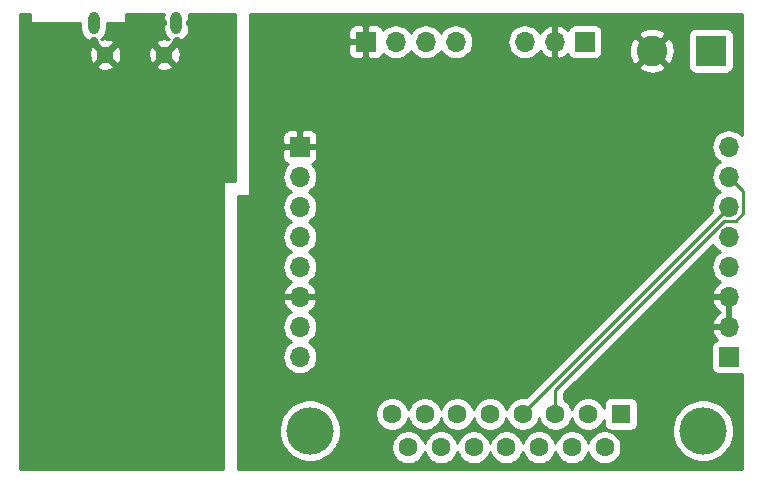
<source format=gbr>
G04 #@! TF.GenerationSoftware,KiCad,Pcbnew,(5.1.4)-1*
G04 #@! TF.CreationDate,2019-10-18T17:06:04-04:00*
G04 #@! TF.ProjectId,mtd415te,6d746434-3135-4746-952e-6b696361645f,rev?*
G04 #@! TF.SameCoordinates,Original*
G04 #@! TF.FileFunction,Copper,L2,Bot*
G04 #@! TF.FilePolarity,Positive*
%FSLAX46Y46*%
G04 Gerber Fmt 4.6, Leading zero omitted, Abs format (unit mm)*
G04 Created by KiCad (PCBNEW (5.1.4)-1) date 2019-10-18 17:06:04*
%MOMM*%
%LPD*%
G04 APERTURE LIST*
%ADD10O,1.700000X1.700000*%
%ADD11R,1.700000X1.700000*%
%ADD12C,4.000000*%
%ADD13C,1.600000*%
%ADD14R,1.600000X1.600000*%
%ADD15C,2.600000*%
%ADD16R,2.600000X2.600000*%
%ADD17O,0.950000X1.900000*%
%ADD18C,1.450000*%
%ADD19C,0.800000*%
%ADD20C,0.250000*%
%ADD21C,0.254000*%
G04 APERTURE END LIST*
D10*
X158242000Y-54864000D03*
X158242000Y-57404000D03*
X158242000Y-59944000D03*
X158242000Y-62484000D03*
X158242000Y-65024000D03*
X158242000Y-67564000D03*
X158242000Y-70104000D03*
D11*
X158242000Y-72644000D03*
D12*
X156053000Y-78890000D03*
X122753000Y-78890000D03*
D13*
X131093000Y-80310000D03*
X133863000Y-80310000D03*
X136633000Y-80310000D03*
X139403000Y-80310000D03*
X142173000Y-80310000D03*
X144943000Y-80310000D03*
X147713000Y-80310000D03*
X129708000Y-77470000D03*
X132478000Y-77470000D03*
X135248000Y-77470000D03*
X138018000Y-77470000D03*
X140788000Y-77470000D03*
X143558000Y-77470000D03*
X146328000Y-77470000D03*
D14*
X149098000Y-77470000D03*
D15*
X151718000Y-46736000D03*
D16*
X156718000Y-46736000D03*
D10*
X140970000Y-45974000D03*
X143510000Y-45974000D03*
D11*
X146050000Y-45974000D03*
D10*
X135128000Y-45974000D03*
X132588000Y-45974000D03*
X130048000Y-45974000D03*
D11*
X127508000Y-45974000D03*
D17*
X104450000Y-44354000D03*
X111450000Y-44354000D03*
D18*
X105450000Y-47054000D03*
X110450000Y-47054000D03*
D10*
X121920000Y-72644000D03*
X121920000Y-70104000D03*
X121920000Y-67564000D03*
X121920000Y-65024000D03*
X121920000Y-62484000D03*
X121920000Y-59944000D03*
X121920000Y-57404000D03*
D11*
X121920000Y-54864000D03*
D19*
X112268000Y-67564000D03*
X114554000Y-81280000D03*
X99060000Y-81280000D03*
X107696000Y-57150000D03*
X102362000Y-63754000D03*
X119126000Y-44450000D03*
X145288000Y-48768000D03*
X140970000Y-48768000D03*
X134874000Y-58166000D03*
X134366000Y-48514000D03*
X132334000Y-48514000D03*
X127270000Y-75130000D03*
D20*
X159091999Y-58253999D02*
X158242000Y-57404000D01*
X159417001Y-58579001D02*
X159091999Y-58253999D01*
X159417001Y-60508001D02*
X159417001Y-58579001D01*
X158806001Y-61119001D02*
X159417001Y-60508001D01*
X157867997Y-61119001D02*
X158806001Y-61119001D01*
X143558000Y-75428998D02*
X157867997Y-61119001D01*
X143558000Y-77470000D02*
X143558000Y-75428998D01*
X140788000Y-77398000D02*
X140788000Y-77470000D01*
X158242000Y-59944000D02*
X140788000Y-77398000D01*
D21*
G36*
X159360001Y-53885469D02*
G01*
X159297134Y-53808866D01*
X159071014Y-53623294D01*
X158813034Y-53485401D01*
X158533111Y-53400487D01*
X158314950Y-53379000D01*
X158169050Y-53379000D01*
X157950889Y-53400487D01*
X157670966Y-53485401D01*
X157412986Y-53623294D01*
X157186866Y-53808866D01*
X157001294Y-54034986D01*
X156863401Y-54292966D01*
X156778487Y-54572889D01*
X156749815Y-54864000D01*
X156778487Y-55155111D01*
X156863401Y-55435034D01*
X157001294Y-55693014D01*
X157186866Y-55919134D01*
X157412986Y-56104706D01*
X157467791Y-56134000D01*
X157412986Y-56163294D01*
X157186866Y-56348866D01*
X157001294Y-56574986D01*
X156863401Y-56832966D01*
X156778487Y-57112889D01*
X156749815Y-57404000D01*
X156778487Y-57695111D01*
X156863401Y-57975034D01*
X157001294Y-58233014D01*
X157186866Y-58459134D01*
X157412986Y-58644706D01*
X157467791Y-58674000D01*
X157412986Y-58703294D01*
X157186866Y-58888866D01*
X157001294Y-59114986D01*
X156863401Y-59372966D01*
X156778487Y-59652889D01*
X156749815Y-59944000D01*
X156778487Y-60235111D01*
X156801203Y-60309995D01*
X141051832Y-76059367D01*
X140929335Y-76035000D01*
X140646665Y-76035000D01*
X140369426Y-76090147D01*
X140108273Y-76198320D01*
X139873241Y-76355363D01*
X139673363Y-76555241D01*
X139516320Y-76790273D01*
X139408147Y-77051426D01*
X139403000Y-77077301D01*
X139397853Y-77051426D01*
X139289680Y-76790273D01*
X139132637Y-76555241D01*
X138932759Y-76355363D01*
X138697727Y-76198320D01*
X138436574Y-76090147D01*
X138159335Y-76035000D01*
X137876665Y-76035000D01*
X137599426Y-76090147D01*
X137338273Y-76198320D01*
X137103241Y-76355363D01*
X136903363Y-76555241D01*
X136746320Y-76790273D01*
X136638147Y-77051426D01*
X136633000Y-77077301D01*
X136627853Y-77051426D01*
X136519680Y-76790273D01*
X136362637Y-76555241D01*
X136162759Y-76355363D01*
X135927727Y-76198320D01*
X135666574Y-76090147D01*
X135389335Y-76035000D01*
X135106665Y-76035000D01*
X134829426Y-76090147D01*
X134568273Y-76198320D01*
X134333241Y-76355363D01*
X134133363Y-76555241D01*
X133976320Y-76790273D01*
X133868147Y-77051426D01*
X133863000Y-77077301D01*
X133857853Y-77051426D01*
X133749680Y-76790273D01*
X133592637Y-76555241D01*
X133392759Y-76355363D01*
X133157727Y-76198320D01*
X132896574Y-76090147D01*
X132619335Y-76035000D01*
X132336665Y-76035000D01*
X132059426Y-76090147D01*
X131798273Y-76198320D01*
X131563241Y-76355363D01*
X131363363Y-76555241D01*
X131206320Y-76790273D01*
X131098147Y-77051426D01*
X131093000Y-77077301D01*
X131087853Y-77051426D01*
X130979680Y-76790273D01*
X130822637Y-76555241D01*
X130622759Y-76355363D01*
X130387727Y-76198320D01*
X130126574Y-76090147D01*
X129849335Y-76035000D01*
X129566665Y-76035000D01*
X129289426Y-76090147D01*
X129028273Y-76198320D01*
X128793241Y-76355363D01*
X128593363Y-76555241D01*
X128436320Y-76790273D01*
X128328147Y-77051426D01*
X128273000Y-77328665D01*
X128273000Y-77611335D01*
X128328147Y-77888574D01*
X128436320Y-78149727D01*
X128593363Y-78384759D01*
X128793241Y-78584637D01*
X129028273Y-78741680D01*
X129289426Y-78849853D01*
X129566665Y-78905000D01*
X129849335Y-78905000D01*
X130126574Y-78849853D01*
X130387727Y-78741680D01*
X130622759Y-78584637D01*
X130822637Y-78384759D01*
X130979680Y-78149727D01*
X131087853Y-77888574D01*
X131093000Y-77862699D01*
X131098147Y-77888574D01*
X131206320Y-78149727D01*
X131363363Y-78384759D01*
X131563241Y-78584637D01*
X131798273Y-78741680D01*
X132059426Y-78849853D01*
X132336665Y-78905000D01*
X132619335Y-78905000D01*
X132896574Y-78849853D01*
X133157727Y-78741680D01*
X133392759Y-78584637D01*
X133592637Y-78384759D01*
X133749680Y-78149727D01*
X133857853Y-77888574D01*
X133863000Y-77862699D01*
X133868147Y-77888574D01*
X133976320Y-78149727D01*
X134133363Y-78384759D01*
X134333241Y-78584637D01*
X134568273Y-78741680D01*
X134829426Y-78849853D01*
X135106665Y-78905000D01*
X135389335Y-78905000D01*
X135666574Y-78849853D01*
X135927727Y-78741680D01*
X136162759Y-78584637D01*
X136362637Y-78384759D01*
X136519680Y-78149727D01*
X136627853Y-77888574D01*
X136633000Y-77862699D01*
X136638147Y-77888574D01*
X136746320Y-78149727D01*
X136903363Y-78384759D01*
X137103241Y-78584637D01*
X137338273Y-78741680D01*
X137599426Y-78849853D01*
X137876665Y-78905000D01*
X138159335Y-78905000D01*
X138436574Y-78849853D01*
X138697727Y-78741680D01*
X138932759Y-78584637D01*
X139132637Y-78384759D01*
X139289680Y-78149727D01*
X139397853Y-77888574D01*
X139403000Y-77862699D01*
X139408147Y-77888574D01*
X139516320Y-78149727D01*
X139673363Y-78384759D01*
X139873241Y-78584637D01*
X140108273Y-78741680D01*
X140369426Y-78849853D01*
X140646665Y-78905000D01*
X140929335Y-78905000D01*
X141206574Y-78849853D01*
X141467727Y-78741680D01*
X141702759Y-78584637D01*
X141902637Y-78384759D01*
X142059680Y-78149727D01*
X142167853Y-77888574D01*
X142173000Y-77862699D01*
X142178147Y-77888574D01*
X142286320Y-78149727D01*
X142443363Y-78384759D01*
X142643241Y-78584637D01*
X142878273Y-78741680D01*
X143139426Y-78849853D01*
X143416665Y-78905000D01*
X143699335Y-78905000D01*
X143976574Y-78849853D01*
X144237727Y-78741680D01*
X144472759Y-78584637D01*
X144672637Y-78384759D01*
X144829680Y-78149727D01*
X144937853Y-77888574D01*
X144943000Y-77862699D01*
X144948147Y-77888574D01*
X145056320Y-78149727D01*
X145213363Y-78384759D01*
X145413241Y-78584637D01*
X145648273Y-78741680D01*
X145909426Y-78849853D01*
X146186665Y-78905000D01*
X146469335Y-78905000D01*
X146746574Y-78849853D01*
X147007727Y-78741680D01*
X147242759Y-78584637D01*
X147442637Y-78384759D01*
X147599680Y-78149727D01*
X147659928Y-78004275D01*
X147659928Y-78270000D01*
X147672188Y-78394482D01*
X147708498Y-78514180D01*
X147767463Y-78624494D01*
X147846815Y-78721185D01*
X147943506Y-78800537D01*
X148053820Y-78859502D01*
X148173518Y-78895812D01*
X148298000Y-78908072D01*
X149898000Y-78908072D01*
X150022482Y-78895812D01*
X150142180Y-78859502D01*
X150252494Y-78800537D01*
X150349185Y-78721185D01*
X150423628Y-78630475D01*
X153418000Y-78630475D01*
X153418000Y-79149525D01*
X153519261Y-79658601D01*
X153717893Y-80138141D01*
X154006262Y-80569715D01*
X154373285Y-80936738D01*
X154804859Y-81225107D01*
X155284399Y-81423739D01*
X155793475Y-81525000D01*
X156312525Y-81525000D01*
X156821601Y-81423739D01*
X157301141Y-81225107D01*
X157732715Y-80936738D01*
X158099738Y-80569715D01*
X158388107Y-80138141D01*
X158586739Y-79658601D01*
X158688000Y-79149525D01*
X158688000Y-78630475D01*
X158586739Y-78121399D01*
X158388107Y-77641859D01*
X158099738Y-77210285D01*
X157732715Y-76843262D01*
X157301141Y-76554893D01*
X156821601Y-76356261D01*
X156312525Y-76255000D01*
X155793475Y-76255000D01*
X155284399Y-76356261D01*
X154804859Y-76554893D01*
X154373285Y-76843262D01*
X154006262Y-77210285D01*
X153717893Y-77641859D01*
X153519261Y-78121399D01*
X153418000Y-78630475D01*
X150423628Y-78630475D01*
X150428537Y-78624494D01*
X150487502Y-78514180D01*
X150523812Y-78394482D01*
X150536072Y-78270000D01*
X150536072Y-76670000D01*
X150523812Y-76545518D01*
X150487502Y-76425820D01*
X150428537Y-76315506D01*
X150349185Y-76218815D01*
X150252494Y-76139463D01*
X150142180Y-76080498D01*
X150022482Y-76044188D01*
X149898000Y-76031928D01*
X148298000Y-76031928D01*
X148173518Y-76044188D01*
X148053820Y-76080498D01*
X147943506Y-76139463D01*
X147846815Y-76218815D01*
X147767463Y-76315506D01*
X147708498Y-76425820D01*
X147672188Y-76545518D01*
X147659928Y-76670000D01*
X147659928Y-76935725D01*
X147599680Y-76790273D01*
X147442637Y-76555241D01*
X147242759Y-76355363D01*
X147007727Y-76198320D01*
X146746574Y-76090147D01*
X146469335Y-76035000D01*
X146186665Y-76035000D01*
X145909426Y-76090147D01*
X145648273Y-76198320D01*
X145413241Y-76355363D01*
X145213363Y-76555241D01*
X145056320Y-76790273D01*
X144948147Y-77051426D01*
X144943000Y-77077301D01*
X144937853Y-77051426D01*
X144829680Y-76790273D01*
X144672637Y-76555241D01*
X144472759Y-76355363D01*
X144318000Y-76251957D01*
X144318000Y-75743799D01*
X152140909Y-67920890D01*
X156800524Y-67920890D01*
X156845175Y-68068099D01*
X156970359Y-68330920D01*
X157144412Y-68564269D01*
X157360645Y-68759178D01*
X157486255Y-68834000D01*
X157360645Y-68908822D01*
X157144412Y-69103731D01*
X156970359Y-69337080D01*
X156845175Y-69599901D01*
X156800524Y-69747110D01*
X156921845Y-69977000D01*
X158115000Y-69977000D01*
X158115000Y-67691000D01*
X156921845Y-67691000D01*
X156800524Y-67920890D01*
X152140909Y-67920890D01*
X156913339Y-63148461D01*
X157001294Y-63313014D01*
X157186866Y-63539134D01*
X157412986Y-63724706D01*
X157467791Y-63754000D01*
X157412986Y-63783294D01*
X157186866Y-63968866D01*
X157001294Y-64194986D01*
X156863401Y-64452966D01*
X156778487Y-64732889D01*
X156749815Y-65024000D01*
X156778487Y-65315111D01*
X156863401Y-65595034D01*
X157001294Y-65853014D01*
X157186866Y-66079134D01*
X157412986Y-66264706D01*
X157477523Y-66299201D01*
X157360645Y-66368822D01*
X157144412Y-66563731D01*
X156970359Y-66797080D01*
X156845175Y-67059901D01*
X156800524Y-67207110D01*
X156921845Y-67437000D01*
X158115000Y-67437000D01*
X158115000Y-67417000D01*
X158369000Y-67417000D01*
X158369000Y-67437000D01*
X158389000Y-67437000D01*
X158389000Y-67691000D01*
X158369000Y-67691000D01*
X158369000Y-69977000D01*
X158389000Y-69977000D01*
X158389000Y-70231000D01*
X158369000Y-70231000D01*
X158369000Y-70251000D01*
X158115000Y-70251000D01*
X158115000Y-70231000D01*
X156921845Y-70231000D01*
X156800524Y-70460890D01*
X156845175Y-70608099D01*
X156970359Y-70870920D01*
X157144412Y-71104269D01*
X157228466Y-71180034D01*
X157147820Y-71204498D01*
X157037506Y-71263463D01*
X156940815Y-71342815D01*
X156861463Y-71439506D01*
X156802498Y-71549820D01*
X156766188Y-71669518D01*
X156753928Y-71794000D01*
X156753928Y-73494000D01*
X156766188Y-73618482D01*
X156802498Y-73738180D01*
X156861463Y-73848494D01*
X156940815Y-73945185D01*
X157037506Y-74024537D01*
X157147820Y-74083502D01*
X157267518Y-74119812D01*
X157392000Y-74132072D01*
X159092000Y-74132072D01*
X159216482Y-74119812D01*
X159336180Y-74083502D01*
X159360000Y-74070770D01*
X159360000Y-82144000D01*
X116713000Y-82144000D01*
X116713000Y-78630475D01*
X120118000Y-78630475D01*
X120118000Y-79149525D01*
X120219261Y-79658601D01*
X120417893Y-80138141D01*
X120706262Y-80569715D01*
X121073285Y-80936738D01*
X121504859Y-81225107D01*
X121984399Y-81423739D01*
X122493475Y-81525000D01*
X123012525Y-81525000D01*
X123521601Y-81423739D01*
X124001141Y-81225107D01*
X124432715Y-80936738D01*
X124799738Y-80569715D01*
X125067711Y-80168665D01*
X129658000Y-80168665D01*
X129658000Y-80451335D01*
X129713147Y-80728574D01*
X129821320Y-80989727D01*
X129978363Y-81224759D01*
X130178241Y-81424637D01*
X130413273Y-81581680D01*
X130674426Y-81689853D01*
X130951665Y-81745000D01*
X131234335Y-81745000D01*
X131511574Y-81689853D01*
X131772727Y-81581680D01*
X132007759Y-81424637D01*
X132207637Y-81224759D01*
X132364680Y-80989727D01*
X132472853Y-80728574D01*
X132478000Y-80702699D01*
X132483147Y-80728574D01*
X132591320Y-80989727D01*
X132748363Y-81224759D01*
X132948241Y-81424637D01*
X133183273Y-81581680D01*
X133444426Y-81689853D01*
X133721665Y-81745000D01*
X134004335Y-81745000D01*
X134281574Y-81689853D01*
X134542727Y-81581680D01*
X134777759Y-81424637D01*
X134977637Y-81224759D01*
X135134680Y-80989727D01*
X135242853Y-80728574D01*
X135248000Y-80702699D01*
X135253147Y-80728574D01*
X135361320Y-80989727D01*
X135518363Y-81224759D01*
X135718241Y-81424637D01*
X135953273Y-81581680D01*
X136214426Y-81689853D01*
X136491665Y-81745000D01*
X136774335Y-81745000D01*
X137051574Y-81689853D01*
X137312727Y-81581680D01*
X137547759Y-81424637D01*
X137747637Y-81224759D01*
X137904680Y-80989727D01*
X138012853Y-80728574D01*
X138018000Y-80702699D01*
X138023147Y-80728574D01*
X138131320Y-80989727D01*
X138288363Y-81224759D01*
X138488241Y-81424637D01*
X138723273Y-81581680D01*
X138984426Y-81689853D01*
X139261665Y-81745000D01*
X139544335Y-81745000D01*
X139821574Y-81689853D01*
X140082727Y-81581680D01*
X140317759Y-81424637D01*
X140517637Y-81224759D01*
X140674680Y-80989727D01*
X140782853Y-80728574D01*
X140788000Y-80702699D01*
X140793147Y-80728574D01*
X140901320Y-80989727D01*
X141058363Y-81224759D01*
X141258241Y-81424637D01*
X141493273Y-81581680D01*
X141754426Y-81689853D01*
X142031665Y-81745000D01*
X142314335Y-81745000D01*
X142591574Y-81689853D01*
X142852727Y-81581680D01*
X143087759Y-81424637D01*
X143287637Y-81224759D01*
X143444680Y-80989727D01*
X143552853Y-80728574D01*
X143558000Y-80702699D01*
X143563147Y-80728574D01*
X143671320Y-80989727D01*
X143828363Y-81224759D01*
X144028241Y-81424637D01*
X144263273Y-81581680D01*
X144524426Y-81689853D01*
X144801665Y-81745000D01*
X145084335Y-81745000D01*
X145361574Y-81689853D01*
X145622727Y-81581680D01*
X145857759Y-81424637D01*
X146057637Y-81224759D01*
X146214680Y-80989727D01*
X146322853Y-80728574D01*
X146328000Y-80702699D01*
X146333147Y-80728574D01*
X146441320Y-80989727D01*
X146598363Y-81224759D01*
X146798241Y-81424637D01*
X147033273Y-81581680D01*
X147294426Y-81689853D01*
X147571665Y-81745000D01*
X147854335Y-81745000D01*
X148131574Y-81689853D01*
X148392727Y-81581680D01*
X148627759Y-81424637D01*
X148827637Y-81224759D01*
X148984680Y-80989727D01*
X149092853Y-80728574D01*
X149148000Y-80451335D01*
X149148000Y-80168665D01*
X149092853Y-79891426D01*
X148984680Y-79630273D01*
X148827637Y-79395241D01*
X148627759Y-79195363D01*
X148392727Y-79038320D01*
X148131574Y-78930147D01*
X147854335Y-78875000D01*
X147571665Y-78875000D01*
X147294426Y-78930147D01*
X147033273Y-79038320D01*
X146798241Y-79195363D01*
X146598363Y-79395241D01*
X146441320Y-79630273D01*
X146333147Y-79891426D01*
X146328000Y-79917301D01*
X146322853Y-79891426D01*
X146214680Y-79630273D01*
X146057637Y-79395241D01*
X145857759Y-79195363D01*
X145622727Y-79038320D01*
X145361574Y-78930147D01*
X145084335Y-78875000D01*
X144801665Y-78875000D01*
X144524426Y-78930147D01*
X144263273Y-79038320D01*
X144028241Y-79195363D01*
X143828363Y-79395241D01*
X143671320Y-79630273D01*
X143563147Y-79891426D01*
X143558000Y-79917301D01*
X143552853Y-79891426D01*
X143444680Y-79630273D01*
X143287637Y-79395241D01*
X143087759Y-79195363D01*
X142852727Y-79038320D01*
X142591574Y-78930147D01*
X142314335Y-78875000D01*
X142031665Y-78875000D01*
X141754426Y-78930147D01*
X141493273Y-79038320D01*
X141258241Y-79195363D01*
X141058363Y-79395241D01*
X140901320Y-79630273D01*
X140793147Y-79891426D01*
X140788000Y-79917301D01*
X140782853Y-79891426D01*
X140674680Y-79630273D01*
X140517637Y-79395241D01*
X140317759Y-79195363D01*
X140082727Y-79038320D01*
X139821574Y-78930147D01*
X139544335Y-78875000D01*
X139261665Y-78875000D01*
X138984426Y-78930147D01*
X138723273Y-79038320D01*
X138488241Y-79195363D01*
X138288363Y-79395241D01*
X138131320Y-79630273D01*
X138023147Y-79891426D01*
X138018000Y-79917301D01*
X138012853Y-79891426D01*
X137904680Y-79630273D01*
X137747637Y-79395241D01*
X137547759Y-79195363D01*
X137312727Y-79038320D01*
X137051574Y-78930147D01*
X136774335Y-78875000D01*
X136491665Y-78875000D01*
X136214426Y-78930147D01*
X135953273Y-79038320D01*
X135718241Y-79195363D01*
X135518363Y-79395241D01*
X135361320Y-79630273D01*
X135253147Y-79891426D01*
X135248000Y-79917301D01*
X135242853Y-79891426D01*
X135134680Y-79630273D01*
X134977637Y-79395241D01*
X134777759Y-79195363D01*
X134542727Y-79038320D01*
X134281574Y-78930147D01*
X134004335Y-78875000D01*
X133721665Y-78875000D01*
X133444426Y-78930147D01*
X133183273Y-79038320D01*
X132948241Y-79195363D01*
X132748363Y-79395241D01*
X132591320Y-79630273D01*
X132483147Y-79891426D01*
X132478000Y-79917301D01*
X132472853Y-79891426D01*
X132364680Y-79630273D01*
X132207637Y-79395241D01*
X132007759Y-79195363D01*
X131772727Y-79038320D01*
X131511574Y-78930147D01*
X131234335Y-78875000D01*
X130951665Y-78875000D01*
X130674426Y-78930147D01*
X130413273Y-79038320D01*
X130178241Y-79195363D01*
X129978363Y-79395241D01*
X129821320Y-79630273D01*
X129713147Y-79891426D01*
X129658000Y-80168665D01*
X125067711Y-80168665D01*
X125088107Y-80138141D01*
X125286739Y-79658601D01*
X125388000Y-79149525D01*
X125388000Y-78630475D01*
X125286739Y-78121399D01*
X125088107Y-77641859D01*
X124799738Y-77210285D01*
X124432715Y-76843262D01*
X124001141Y-76554893D01*
X123521601Y-76356261D01*
X123012525Y-76255000D01*
X122493475Y-76255000D01*
X121984399Y-76356261D01*
X121504859Y-76554893D01*
X121073285Y-76843262D01*
X120706262Y-77210285D01*
X120417893Y-77641859D01*
X120219261Y-78121399D01*
X120118000Y-78630475D01*
X116713000Y-78630475D01*
X116713000Y-70104000D01*
X120427815Y-70104000D01*
X120456487Y-70395111D01*
X120541401Y-70675034D01*
X120679294Y-70933014D01*
X120864866Y-71159134D01*
X121090986Y-71344706D01*
X121145791Y-71374000D01*
X121090986Y-71403294D01*
X120864866Y-71588866D01*
X120679294Y-71814986D01*
X120541401Y-72072966D01*
X120456487Y-72352889D01*
X120427815Y-72644000D01*
X120456487Y-72935111D01*
X120541401Y-73215034D01*
X120679294Y-73473014D01*
X120864866Y-73699134D01*
X121090986Y-73884706D01*
X121348966Y-74022599D01*
X121628889Y-74107513D01*
X121847050Y-74129000D01*
X121992950Y-74129000D01*
X122211111Y-74107513D01*
X122491034Y-74022599D01*
X122749014Y-73884706D01*
X122975134Y-73699134D01*
X123160706Y-73473014D01*
X123298599Y-73215034D01*
X123383513Y-72935111D01*
X123412185Y-72644000D01*
X123383513Y-72352889D01*
X123298599Y-72072966D01*
X123160706Y-71814986D01*
X122975134Y-71588866D01*
X122749014Y-71403294D01*
X122694209Y-71374000D01*
X122749014Y-71344706D01*
X122975134Y-71159134D01*
X123160706Y-70933014D01*
X123298599Y-70675034D01*
X123383513Y-70395111D01*
X123412185Y-70104000D01*
X123383513Y-69812889D01*
X123298599Y-69532966D01*
X123160706Y-69274986D01*
X122975134Y-69048866D01*
X122749014Y-68863294D01*
X122684477Y-68828799D01*
X122801355Y-68759178D01*
X123017588Y-68564269D01*
X123191641Y-68330920D01*
X123316825Y-68068099D01*
X123361476Y-67920890D01*
X123240155Y-67691000D01*
X122047000Y-67691000D01*
X122047000Y-67711000D01*
X121793000Y-67711000D01*
X121793000Y-67691000D01*
X120599845Y-67691000D01*
X120478524Y-67920890D01*
X120523175Y-68068099D01*
X120648359Y-68330920D01*
X120822412Y-68564269D01*
X121038645Y-68759178D01*
X121155523Y-68828799D01*
X121090986Y-68863294D01*
X120864866Y-69048866D01*
X120679294Y-69274986D01*
X120541401Y-69532966D01*
X120456487Y-69812889D01*
X120427815Y-70104000D01*
X116713000Y-70104000D01*
X116713000Y-59055000D01*
X117602000Y-59055000D01*
X117626776Y-59052560D01*
X117650601Y-59045333D01*
X117672557Y-59033597D01*
X117691803Y-59017803D01*
X117707597Y-58998557D01*
X117719333Y-58976601D01*
X117726560Y-58952776D01*
X117729000Y-58928000D01*
X117729000Y-57404000D01*
X120427815Y-57404000D01*
X120456487Y-57695111D01*
X120541401Y-57975034D01*
X120679294Y-58233014D01*
X120864866Y-58459134D01*
X121090986Y-58644706D01*
X121145791Y-58674000D01*
X121090986Y-58703294D01*
X120864866Y-58888866D01*
X120679294Y-59114986D01*
X120541401Y-59372966D01*
X120456487Y-59652889D01*
X120427815Y-59944000D01*
X120456487Y-60235111D01*
X120541401Y-60515034D01*
X120679294Y-60773014D01*
X120864866Y-60999134D01*
X121090986Y-61184706D01*
X121145791Y-61214000D01*
X121090986Y-61243294D01*
X120864866Y-61428866D01*
X120679294Y-61654986D01*
X120541401Y-61912966D01*
X120456487Y-62192889D01*
X120427815Y-62484000D01*
X120456487Y-62775111D01*
X120541401Y-63055034D01*
X120679294Y-63313014D01*
X120864866Y-63539134D01*
X121090986Y-63724706D01*
X121145791Y-63754000D01*
X121090986Y-63783294D01*
X120864866Y-63968866D01*
X120679294Y-64194986D01*
X120541401Y-64452966D01*
X120456487Y-64732889D01*
X120427815Y-65024000D01*
X120456487Y-65315111D01*
X120541401Y-65595034D01*
X120679294Y-65853014D01*
X120864866Y-66079134D01*
X121090986Y-66264706D01*
X121155523Y-66299201D01*
X121038645Y-66368822D01*
X120822412Y-66563731D01*
X120648359Y-66797080D01*
X120523175Y-67059901D01*
X120478524Y-67207110D01*
X120599845Y-67437000D01*
X121793000Y-67437000D01*
X121793000Y-67417000D01*
X122047000Y-67417000D01*
X122047000Y-67437000D01*
X123240155Y-67437000D01*
X123361476Y-67207110D01*
X123316825Y-67059901D01*
X123191641Y-66797080D01*
X123017588Y-66563731D01*
X122801355Y-66368822D01*
X122684477Y-66299201D01*
X122749014Y-66264706D01*
X122975134Y-66079134D01*
X123160706Y-65853014D01*
X123298599Y-65595034D01*
X123383513Y-65315111D01*
X123412185Y-65024000D01*
X123383513Y-64732889D01*
X123298599Y-64452966D01*
X123160706Y-64194986D01*
X122975134Y-63968866D01*
X122749014Y-63783294D01*
X122694209Y-63754000D01*
X122749014Y-63724706D01*
X122975134Y-63539134D01*
X123160706Y-63313014D01*
X123298599Y-63055034D01*
X123383513Y-62775111D01*
X123412185Y-62484000D01*
X123383513Y-62192889D01*
X123298599Y-61912966D01*
X123160706Y-61654986D01*
X122975134Y-61428866D01*
X122749014Y-61243294D01*
X122694209Y-61214000D01*
X122749014Y-61184706D01*
X122975134Y-60999134D01*
X123160706Y-60773014D01*
X123298599Y-60515034D01*
X123383513Y-60235111D01*
X123412185Y-59944000D01*
X123383513Y-59652889D01*
X123298599Y-59372966D01*
X123160706Y-59114986D01*
X122975134Y-58888866D01*
X122749014Y-58703294D01*
X122694209Y-58674000D01*
X122749014Y-58644706D01*
X122975134Y-58459134D01*
X123160706Y-58233014D01*
X123298599Y-57975034D01*
X123383513Y-57695111D01*
X123412185Y-57404000D01*
X123383513Y-57112889D01*
X123298599Y-56832966D01*
X123160706Y-56574986D01*
X122975134Y-56348866D01*
X122945313Y-56324393D01*
X123014180Y-56303502D01*
X123124494Y-56244537D01*
X123221185Y-56165185D01*
X123300537Y-56068494D01*
X123359502Y-55958180D01*
X123395812Y-55838482D01*
X123408072Y-55714000D01*
X123405000Y-55149750D01*
X123246250Y-54991000D01*
X122047000Y-54991000D01*
X122047000Y-55011000D01*
X121793000Y-55011000D01*
X121793000Y-54991000D01*
X120593750Y-54991000D01*
X120435000Y-55149750D01*
X120431928Y-55714000D01*
X120444188Y-55838482D01*
X120480498Y-55958180D01*
X120539463Y-56068494D01*
X120618815Y-56165185D01*
X120715506Y-56244537D01*
X120825820Y-56303502D01*
X120894687Y-56324393D01*
X120864866Y-56348866D01*
X120679294Y-56574986D01*
X120541401Y-56832966D01*
X120456487Y-57112889D01*
X120427815Y-57404000D01*
X117729000Y-57404000D01*
X117729000Y-54014000D01*
X120431928Y-54014000D01*
X120435000Y-54578250D01*
X120593750Y-54737000D01*
X121793000Y-54737000D01*
X121793000Y-53537750D01*
X122047000Y-53537750D01*
X122047000Y-54737000D01*
X123246250Y-54737000D01*
X123405000Y-54578250D01*
X123408072Y-54014000D01*
X123395812Y-53889518D01*
X123359502Y-53769820D01*
X123300537Y-53659506D01*
X123221185Y-53562815D01*
X123124494Y-53483463D01*
X123014180Y-53424498D01*
X122894482Y-53388188D01*
X122770000Y-53375928D01*
X122205750Y-53379000D01*
X122047000Y-53537750D01*
X121793000Y-53537750D01*
X121634250Y-53379000D01*
X121070000Y-53375928D01*
X120945518Y-53388188D01*
X120825820Y-53424498D01*
X120715506Y-53483463D01*
X120618815Y-53562815D01*
X120539463Y-53659506D01*
X120480498Y-53769820D01*
X120444188Y-53889518D01*
X120431928Y-54014000D01*
X117729000Y-54014000D01*
X117729000Y-48085224D01*
X150548381Y-48085224D01*
X150680317Y-48380312D01*
X151021045Y-48551159D01*
X151388557Y-48652250D01*
X151768729Y-48679701D01*
X152146951Y-48632457D01*
X152508690Y-48512333D01*
X152755683Y-48380312D01*
X152887619Y-48085224D01*
X151718000Y-46915605D01*
X150548381Y-48085224D01*
X117729000Y-48085224D01*
X117729000Y-46824000D01*
X126019928Y-46824000D01*
X126032188Y-46948482D01*
X126068498Y-47068180D01*
X126127463Y-47178494D01*
X126206815Y-47275185D01*
X126303506Y-47354537D01*
X126413820Y-47413502D01*
X126533518Y-47449812D01*
X126658000Y-47462072D01*
X127222250Y-47459000D01*
X127381000Y-47300250D01*
X127381000Y-46101000D01*
X126181750Y-46101000D01*
X126023000Y-46259750D01*
X126019928Y-46824000D01*
X117729000Y-46824000D01*
X117729000Y-45124000D01*
X126019928Y-45124000D01*
X126023000Y-45688250D01*
X126181750Y-45847000D01*
X127381000Y-45847000D01*
X127381000Y-44647750D01*
X127635000Y-44647750D01*
X127635000Y-45847000D01*
X127655000Y-45847000D01*
X127655000Y-46101000D01*
X127635000Y-46101000D01*
X127635000Y-47300250D01*
X127793750Y-47459000D01*
X128358000Y-47462072D01*
X128482482Y-47449812D01*
X128602180Y-47413502D01*
X128712494Y-47354537D01*
X128809185Y-47275185D01*
X128888537Y-47178494D01*
X128947502Y-47068180D01*
X128968393Y-46999313D01*
X128992866Y-47029134D01*
X129218986Y-47214706D01*
X129476966Y-47352599D01*
X129756889Y-47437513D01*
X129975050Y-47459000D01*
X130120950Y-47459000D01*
X130339111Y-47437513D01*
X130619034Y-47352599D01*
X130877014Y-47214706D01*
X131103134Y-47029134D01*
X131288706Y-46803014D01*
X131318000Y-46748209D01*
X131347294Y-46803014D01*
X131532866Y-47029134D01*
X131758986Y-47214706D01*
X132016966Y-47352599D01*
X132296889Y-47437513D01*
X132515050Y-47459000D01*
X132660950Y-47459000D01*
X132879111Y-47437513D01*
X133159034Y-47352599D01*
X133417014Y-47214706D01*
X133643134Y-47029134D01*
X133828706Y-46803014D01*
X133858000Y-46748209D01*
X133887294Y-46803014D01*
X134072866Y-47029134D01*
X134298986Y-47214706D01*
X134556966Y-47352599D01*
X134836889Y-47437513D01*
X135055050Y-47459000D01*
X135200950Y-47459000D01*
X135419111Y-47437513D01*
X135699034Y-47352599D01*
X135957014Y-47214706D01*
X136183134Y-47029134D01*
X136368706Y-46803014D01*
X136506599Y-46545034D01*
X136591513Y-46265111D01*
X136620185Y-45974000D01*
X139477815Y-45974000D01*
X139506487Y-46265111D01*
X139591401Y-46545034D01*
X139729294Y-46803014D01*
X139914866Y-47029134D01*
X140140986Y-47214706D01*
X140398966Y-47352599D01*
X140678889Y-47437513D01*
X140897050Y-47459000D01*
X141042950Y-47459000D01*
X141261111Y-47437513D01*
X141541034Y-47352599D01*
X141799014Y-47214706D01*
X142025134Y-47029134D01*
X142210706Y-46803014D01*
X142245201Y-46738477D01*
X142314822Y-46855355D01*
X142509731Y-47071588D01*
X142743080Y-47245641D01*
X143005901Y-47370825D01*
X143153110Y-47415476D01*
X143383000Y-47294155D01*
X143383000Y-46101000D01*
X143363000Y-46101000D01*
X143363000Y-45847000D01*
X143383000Y-45847000D01*
X143383000Y-44653845D01*
X143637000Y-44653845D01*
X143637000Y-45847000D01*
X143657000Y-45847000D01*
X143657000Y-46101000D01*
X143637000Y-46101000D01*
X143637000Y-47294155D01*
X143866890Y-47415476D01*
X144014099Y-47370825D01*
X144276920Y-47245641D01*
X144510269Y-47071588D01*
X144586034Y-46987534D01*
X144610498Y-47068180D01*
X144669463Y-47178494D01*
X144748815Y-47275185D01*
X144845506Y-47354537D01*
X144955820Y-47413502D01*
X145075518Y-47449812D01*
X145200000Y-47462072D01*
X146900000Y-47462072D01*
X147024482Y-47449812D01*
X147144180Y-47413502D01*
X147254494Y-47354537D01*
X147351185Y-47275185D01*
X147430537Y-47178494D01*
X147489502Y-47068180D01*
X147525812Y-46948482D01*
X147538072Y-46824000D01*
X147538072Y-46786729D01*
X149774299Y-46786729D01*
X149821543Y-47164951D01*
X149941667Y-47526690D01*
X150073688Y-47773683D01*
X150368776Y-47905619D01*
X151538395Y-46736000D01*
X151897605Y-46736000D01*
X153067224Y-47905619D01*
X153362312Y-47773683D01*
X153533159Y-47432955D01*
X153634250Y-47065443D01*
X153661701Y-46685271D01*
X153614457Y-46307049D01*
X153494333Y-45945310D01*
X153362312Y-45698317D01*
X153067224Y-45566381D01*
X151897605Y-46736000D01*
X151538395Y-46736000D01*
X150368776Y-45566381D01*
X150073688Y-45698317D01*
X149902841Y-46039045D01*
X149801750Y-46406557D01*
X149774299Y-46786729D01*
X147538072Y-46786729D01*
X147538072Y-45386776D01*
X150548381Y-45386776D01*
X151718000Y-46556395D01*
X152838395Y-45436000D01*
X154779928Y-45436000D01*
X154779928Y-48036000D01*
X154792188Y-48160482D01*
X154828498Y-48280180D01*
X154887463Y-48390494D01*
X154966815Y-48487185D01*
X155063506Y-48566537D01*
X155173820Y-48625502D01*
X155293518Y-48661812D01*
X155418000Y-48674072D01*
X158018000Y-48674072D01*
X158142482Y-48661812D01*
X158262180Y-48625502D01*
X158372494Y-48566537D01*
X158469185Y-48487185D01*
X158548537Y-48390494D01*
X158607502Y-48280180D01*
X158643812Y-48160482D01*
X158656072Y-48036000D01*
X158656072Y-45436000D01*
X158643812Y-45311518D01*
X158607502Y-45191820D01*
X158548537Y-45081506D01*
X158469185Y-44984815D01*
X158372494Y-44905463D01*
X158262180Y-44846498D01*
X158142482Y-44810188D01*
X158018000Y-44797928D01*
X155418000Y-44797928D01*
X155293518Y-44810188D01*
X155173820Y-44846498D01*
X155063506Y-44905463D01*
X154966815Y-44984815D01*
X154887463Y-45081506D01*
X154828498Y-45191820D01*
X154792188Y-45311518D01*
X154779928Y-45436000D01*
X152838395Y-45436000D01*
X152887619Y-45386776D01*
X152755683Y-45091688D01*
X152414955Y-44920841D01*
X152047443Y-44819750D01*
X151667271Y-44792299D01*
X151289049Y-44839543D01*
X150927310Y-44959667D01*
X150680317Y-45091688D01*
X150548381Y-45386776D01*
X147538072Y-45386776D01*
X147538072Y-45124000D01*
X147525812Y-44999518D01*
X147489502Y-44879820D01*
X147430537Y-44769506D01*
X147351185Y-44672815D01*
X147254494Y-44593463D01*
X147144180Y-44534498D01*
X147024482Y-44498188D01*
X146900000Y-44485928D01*
X145200000Y-44485928D01*
X145075518Y-44498188D01*
X144955820Y-44534498D01*
X144845506Y-44593463D01*
X144748815Y-44672815D01*
X144669463Y-44769506D01*
X144610498Y-44879820D01*
X144586034Y-44960466D01*
X144510269Y-44876412D01*
X144276920Y-44702359D01*
X144014099Y-44577175D01*
X143866890Y-44532524D01*
X143637000Y-44653845D01*
X143383000Y-44653845D01*
X143153110Y-44532524D01*
X143005901Y-44577175D01*
X142743080Y-44702359D01*
X142509731Y-44876412D01*
X142314822Y-45092645D01*
X142245201Y-45209523D01*
X142210706Y-45144986D01*
X142025134Y-44918866D01*
X141799014Y-44733294D01*
X141541034Y-44595401D01*
X141261111Y-44510487D01*
X141042950Y-44489000D01*
X140897050Y-44489000D01*
X140678889Y-44510487D01*
X140398966Y-44595401D01*
X140140986Y-44733294D01*
X139914866Y-44918866D01*
X139729294Y-45144986D01*
X139591401Y-45402966D01*
X139506487Y-45682889D01*
X139477815Y-45974000D01*
X136620185Y-45974000D01*
X136591513Y-45682889D01*
X136506599Y-45402966D01*
X136368706Y-45144986D01*
X136183134Y-44918866D01*
X135957014Y-44733294D01*
X135699034Y-44595401D01*
X135419111Y-44510487D01*
X135200950Y-44489000D01*
X135055050Y-44489000D01*
X134836889Y-44510487D01*
X134556966Y-44595401D01*
X134298986Y-44733294D01*
X134072866Y-44918866D01*
X133887294Y-45144986D01*
X133858000Y-45199791D01*
X133828706Y-45144986D01*
X133643134Y-44918866D01*
X133417014Y-44733294D01*
X133159034Y-44595401D01*
X132879111Y-44510487D01*
X132660950Y-44489000D01*
X132515050Y-44489000D01*
X132296889Y-44510487D01*
X132016966Y-44595401D01*
X131758986Y-44733294D01*
X131532866Y-44918866D01*
X131347294Y-45144986D01*
X131318000Y-45199791D01*
X131288706Y-45144986D01*
X131103134Y-44918866D01*
X130877014Y-44733294D01*
X130619034Y-44595401D01*
X130339111Y-44510487D01*
X130120950Y-44489000D01*
X129975050Y-44489000D01*
X129756889Y-44510487D01*
X129476966Y-44595401D01*
X129218986Y-44733294D01*
X128992866Y-44918866D01*
X128968393Y-44948687D01*
X128947502Y-44879820D01*
X128888537Y-44769506D01*
X128809185Y-44672815D01*
X128712494Y-44593463D01*
X128602180Y-44534498D01*
X128482482Y-44498188D01*
X128358000Y-44485928D01*
X127793750Y-44489000D01*
X127635000Y-44647750D01*
X127381000Y-44647750D01*
X127222250Y-44489000D01*
X126658000Y-44485928D01*
X126533518Y-44498188D01*
X126413820Y-44534498D01*
X126303506Y-44593463D01*
X126206815Y-44672815D01*
X126127463Y-44769506D01*
X126068498Y-44879820D01*
X126032188Y-44999518D01*
X126019928Y-45124000D01*
X117729000Y-45124000D01*
X117729000Y-43586000D01*
X159360001Y-43586000D01*
X159360001Y-53885469D01*
X159360001Y-53885469D01*
G37*
X159360001Y-53885469D02*
X159297134Y-53808866D01*
X159071014Y-53623294D01*
X158813034Y-53485401D01*
X158533111Y-53400487D01*
X158314950Y-53379000D01*
X158169050Y-53379000D01*
X157950889Y-53400487D01*
X157670966Y-53485401D01*
X157412986Y-53623294D01*
X157186866Y-53808866D01*
X157001294Y-54034986D01*
X156863401Y-54292966D01*
X156778487Y-54572889D01*
X156749815Y-54864000D01*
X156778487Y-55155111D01*
X156863401Y-55435034D01*
X157001294Y-55693014D01*
X157186866Y-55919134D01*
X157412986Y-56104706D01*
X157467791Y-56134000D01*
X157412986Y-56163294D01*
X157186866Y-56348866D01*
X157001294Y-56574986D01*
X156863401Y-56832966D01*
X156778487Y-57112889D01*
X156749815Y-57404000D01*
X156778487Y-57695111D01*
X156863401Y-57975034D01*
X157001294Y-58233014D01*
X157186866Y-58459134D01*
X157412986Y-58644706D01*
X157467791Y-58674000D01*
X157412986Y-58703294D01*
X157186866Y-58888866D01*
X157001294Y-59114986D01*
X156863401Y-59372966D01*
X156778487Y-59652889D01*
X156749815Y-59944000D01*
X156778487Y-60235111D01*
X156801203Y-60309995D01*
X141051832Y-76059367D01*
X140929335Y-76035000D01*
X140646665Y-76035000D01*
X140369426Y-76090147D01*
X140108273Y-76198320D01*
X139873241Y-76355363D01*
X139673363Y-76555241D01*
X139516320Y-76790273D01*
X139408147Y-77051426D01*
X139403000Y-77077301D01*
X139397853Y-77051426D01*
X139289680Y-76790273D01*
X139132637Y-76555241D01*
X138932759Y-76355363D01*
X138697727Y-76198320D01*
X138436574Y-76090147D01*
X138159335Y-76035000D01*
X137876665Y-76035000D01*
X137599426Y-76090147D01*
X137338273Y-76198320D01*
X137103241Y-76355363D01*
X136903363Y-76555241D01*
X136746320Y-76790273D01*
X136638147Y-77051426D01*
X136633000Y-77077301D01*
X136627853Y-77051426D01*
X136519680Y-76790273D01*
X136362637Y-76555241D01*
X136162759Y-76355363D01*
X135927727Y-76198320D01*
X135666574Y-76090147D01*
X135389335Y-76035000D01*
X135106665Y-76035000D01*
X134829426Y-76090147D01*
X134568273Y-76198320D01*
X134333241Y-76355363D01*
X134133363Y-76555241D01*
X133976320Y-76790273D01*
X133868147Y-77051426D01*
X133863000Y-77077301D01*
X133857853Y-77051426D01*
X133749680Y-76790273D01*
X133592637Y-76555241D01*
X133392759Y-76355363D01*
X133157727Y-76198320D01*
X132896574Y-76090147D01*
X132619335Y-76035000D01*
X132336665Y-76035000D01*
X132059426Y-76090147D01*
X131798273Y-76198320D01*
X131563241Y-76355363D01*
X131363363Y-76555241D01*
X131206320Y-76790273D01*
X131098147Y-77051426D01*
X131093000Y-77077301D01*
X131087853Y-77051426D01*
X130979680Y-76790273D01*
X130822637Y-76555241D01*
X130622759Y-76355363D01*
X130387727Y-76198320D01*
X130126574Y-76090147D01*
X129849335Y-76035000D01*
X129566665Y-76035000D01*
X129289426Y-76090147D01*
X129028273Y-76198320D01*
X128793241Y-76355363D01*
X128593363Y-76555241D01*
X128436320Y-76790273D01*
X128328147Y-77051426D01*
X128273000Y-77328665D01*
X128273000Y-77611335D01*
X128328147Y-77888574D01*
X128436320Y-78149727D01*
X128593363Y-78384759D01*
X128793241Y-78584637D01*
X129028273Y-78741680D01*
X129289426Y-78849853D01*
X129566665Y-78905000D01*
X129849335Y-78905000D01*
X130126574Y-78849853D01*
X130387727Y-78741680D01*
X130622759Y-78584637D01*
X130822637Y-78384759D01*
X130979680Y-78149727D01*
X131087853Y-77888574D01*
X131093000Y-77862699D01*
X131098147Y-77888574D01*
X131206320Y-78149727D01*
X131363363Y-78384759D01*
X131563241Y-78584637D01*
X131798273Y-78741680D01*
X132059426Y-78849853D01*
X132336665Y-78905000D01*
X132619335Y-78905000D01*
X132896574Y-78849853D01*
X133157727Y-78741680D01*
X133392759Y-78584637D01*
X133592637Y-78384759D01*
X133749680Y-78149727D01*
X133857853Y-77888574D01*
X133863000Y-77862699D01*
X133868147Y-77888574D01*
X133976320Y-78149727D01*
X134133363Y-78384759D01*
X134333241Y-78584637D01*
X134568273Y-78741680D01*
X134829426Y-78849853D01*
X135106665Y-78905000D01*
X135389335Y-78905000D01*
X135666574Y-78849853D01*
X135927727Y-78741680D01*
X136162759Y-78584637D01*
X136362637Y-78384759D01*
X136519680Y-78149727D01*
X136627853Y-77888574D01*
X136633000Y-77862699D01*
X136638147Y-77888574D01*
X136746320Y-78149727D01*
X136903363Y-78384759D01*
X137103241Y-78584637D01*
X137338273Y-78741680D01*
X137599426Y-78849853D01*
X137876665Y-78905000D01*
X138159335Y-78905000D01*
X138436574Y-78849853D01*
X138697727Y-78741680D01*
X138932759Y-78584637D01*
X139132637Y-78384759D01*
X139289680Y-78149727D01*
X139397853Y-77888574D01*
X139403000Y-77862699D01*
X139408147Y-77888574D01*
X139516320Y-78149727D01*
X139673363Y-78384759D01*
X139873241Y-78584637D01*
X140108273Y-78741680D01*
X140369426Y-78849853D01*
X140646665Y-78905000D01*
X140929335Y-78905000D01*
X141206574Y-78849853D01*
X141467727Y-78741680D01*
X141702759Y-78584637D01*
X141902637Y-78384759D01*
X142059680Y-78149727D01*
X142167853Y-77888574D01*
X142173000Y-77862699D01*
X142178147Y-77888574D01*
X142286320Y-78149727D01*
X142443363Y-78384759D01*
X142643241Y-78584637D01*
X142878273Y-78741680D01*
X143139426Y-78849853D01*
X143416665Y-78905000D01*
X143699335Y-78905000D01*
X143976574Y-78849853D01*
X144237727Y-78741680D01*
X144472759Y-78584637D01*
X144672637Y-78384759D01*
X144829680Y-78149727D01*
X144937853Y-77888574D01*
X144943000Y-77862699D01*
X144948147Y-77888574D01*
X145056320Y-78149727D01*
X145213363Y-78384759D01*
X145413241Y-78584637D01*
X145648273Y-78741680D01*
X145909426Y-78849853D01*
X146186665Y-78905000D01*
X146469335Y-78905000D01*
X146746574Y-78849853D01*
X147007727Y-78741680D01*
X147242759Y-78584637D01*
X147442637Y-78384759D01*
X147599680Y-78149727D01*
X147659928Y-78004275D01*
X147659928Y-78270000D01*
X147672188Y-78394482D01*
X147708498Y-78514180D01*
X147767463Y-78624494D01*
X147846815Y-78721185D01*
X147943506Y-78800537D01*
X148053820Y-78859502D01*
X148173518Y-78895812D01*
X148298000Y-78908072D01*
X149898000Y-78908072D01*
X150022482Y-78895812D01*
X150142180Y-78859502D01*
X150252494Y-78800537D01*
X150349185Y-78721185D01*
X150423628Y-78630475D01*
X153418000Y-78630475D01*
X153418000Y-79149525D01*
X153519261Y-79658601D01*
X153717893Y-80138141D01*
X154006262Y-80569715D01*
X154373285Y-80936738D01*
X154804859Y-81225107D01*
X155284399Y-81423739D01*
X155793475Y-81525000D01*
X156312525Y-81525000D01*
X156821601Y-81423739D01*
X157301141Y-81225107D01*
X157732715Y-80936738D01*
X158099738Y-80569715D01*
X158388107Y-80138141D01*
X158586739Y-79658601D01*
X158688000Y-79149525D01*
X158688000Y-78630475D01*
X158586739Y-78121399D01*
X158388107Y-77641859D01*
X158099738Y-77210285D01*
X157732715Y-76843262D01*
X157301141Y-76554893D01*
X156821601Y-76356261D01*
X156312525Y-76255000D01*
X155793475Y-76255000D01*
X155284399Y-76356261D01*
X154804859Y-76554893D01*
X154373285Y-76843262D01*
X154006262Y-77210285D01*
X153717893Y-77641859D01*
X153519261Y-78121399D01*
X153418000Y-78630475D01*
X150423628Y-78630475D01*
X150428537Y-78624494D01*
X150487502Y-78514180D01*
X150523812Y-78394482D01*
X150536072Y-78270000D01*
X150536072Y-76670000D01*
X150523812Y-76545518D01*
X150487502Y-76425820D01*
X150428537Y-76315506D01*
X150349185Y-76218815D01*
X150252494Y-76139463D01*
X150142180Y-76080498D01*
X150022482Y-76044188D01*
X149898000Y-76031928D01*
X148298000Y-76031928D01*
X148173518Y-76044188D01*
X148053820Y-76080498D01*
X147943506Y-76139463D01*
X147846815Y-76218815D01*
X147767463Y-76315506D01*
X147708498Y-76425820D01*
X147672188Y-76545518D01*
X147659928Y-76670000D01*
X147659928Y-76935725D01*
X147599680Y-76790273D01*
X147442637Y-76555241D01*
X147242759Y-76355363D01*
X147007727Y-76198320D01*
X146746574Y-76090147D01*
X146469335Y-76035000D01*
X146186665Y-76035000D01*
X145909426Y-76090147D01*
X145648273Y-76198320D01*
X145413241Y-76355363D01*
X145213363Y-76555241D01*
X145056320Y-76790273D01*
X144948147Y-77051426D01*
X144943000Y-77077301D01*
X144937853Y-77051426D01*
X144829680Y-76790273D01*
X144672637Y-76555241D01*
X144472759Y-76355363D01*
X144318000Y-76251957D01*
X144318000Y-75743799D01*
X152140909Y-67920890D01*
X156800524Y-67920890D01*
X156845175Y-68068099D01*
X156970359Y-68330920D01*
X157144412Y-68564269D01*
X157360645Y-68759178D01*
X157486255Y-68834000D01*
X157360645Y-68908822D01*
X157144412Y-69103731D01*
X156970359Y-69337080D01*
X156845175Y-69599901D01*
X156800524Y-69747110D01*
X156921845Y-69977000D01*
X158115000Y-69977000D01*
X158115000Y-67691000D01*
X156921845Y-67691000D01*
X156800524Y-67920890D01*
X152140909Y-67920890D01*
X156913339Y-63148461D01*
X157001294Y-63313014D01*
X157186866Y-63539134D01*
X157412986Y-63724706D01*
X157467791Y-63754000D01*
X157412986Y-63783294D01*
X157186866Y-63968866D01*
X157001294Y-64194986D01*
X156863401Y-64452966D01*
X156778487Y-64732889D01*
X156749815Y-65024000D01*
X156778487Y-65315111D01*
X156863401Y-65595034D01*
X157001294Y-65853014D01*
X157186866Y-66079134D01*
X157412986Y-66264706D01*
X157477523Y-66299201D01*
X157360645Y-66368822D01*
X157144412Y-66563731D01*
X156970359Y-66797080D01*
X156845175Y-67059901D01*
X156800524Y-67207110D01*
X156921845Y-67437000D01*
X158115000Y-67437000D01*
X158115000Y-67417000D01*
X158369000Y-67417000D01*
X158369000Y-67437000D01*
X158389000Y-67437000D01*
X158389000Y-67691000D01*
X158369000Y-67691000D01*
X158369000Y-69977000D01*
X158389000Y-69977000D01*
X158389000Y-70231000D01*
X158369000Y-70231000D01*
X158369000Y-70251000D01*
X158115000Y-70251000D01*
X158115000Y-70231000D01*
X156921845Y-70231000D01*
X156800524Y-70460890D01*
X156845175Y-70608099D01*
X156970359Y-70870920D01*
X157144412Y-71104269D01*
X157228466Y-71180034D01*
X157147820Y-71204498D01*
X157037506Y-71263463D01*
X156940815Y-71342815D01*
X156861463Y-71439506D01*
X156802498Y-71549820D01*
X156766188Y-71669518D01*
X156753928Y-71794000D01*
X156753928Y-73494000D01*
X156766188Y-73618482D01*
X156802498Y-73738180D01*
X156861463Y-73848494D01*
X156940815Y-73945185D01*
X157037506Y-74024537D01*
X157147820Y-74083502D01*
X157267518Y-74119812D01*
X157392000Y-74132072D01*
X159092000Y-74132072D01*
X159216482Y-74119812D01*
X159336180Y-74083502D01*
X159360000Y-74070770D01*
X159360000Y-82144000D01*
X116713000Y-82144000D01*
X116713000Y-78630475D01*
X120118000Y-78630475D01*
X120118000Y-79149525D01*
X120219261Y-79658601D01*
X120417893Y-80138141D01*
X120706262Y-80569715D01*
X121073285Y-80936738D01*
X121504859Y-81225107D01*
X121984399Y-81423739D01*
X122493475Y-81525000D01*
X123012525Y-81525000D01*
X123521601Y-81423739D01*
X124001141Y-81225107D01*
X124432715Y-80936738D01*
X124799738Y-80569715D01*
X125067711Y-80168665D01*
X129658000Y-80168665D01*
X129658000Y-80451335D01*
X129713147Y-80728574D01*
X129821320Y-80989727D01*
X129978363Y-81224759D01*
X130178241Y-81424637D01*
X130413273Y-81581680D01*
X130674426Y-81689853D01*
X130951665Y-81745000D01*
X131234335Y-81745000D01*
X131511574Y-81689853D01*
X131772727Y-81581680D01*
X132007759Y-81424637D01*
X132207637Y-81224759D01*
X132364680Y-80989727D01*
X132472853Y-80728574D01*
X132478000Y-80702699D01*
X132483147Y-80728574D01*
X132591320Y-80989727D01*
X132748363Y-81224759D01*
X132948241Y-81424637D01*
X133183273Y-81581680D01*
X133444426Y-81689853D01*
X133721665Y-81745000D01*
X134004335Y-81745000D01*
X134281574Y-81689853D01*
X134542727Y-81581680D01*
X134777759Y-81424637D01*
X134977637Y-81224759D01*
X135134680Y-80989727D01*
X135242853Y-80728574D01*
X135248000Y-80702699D01*
X135253147Y-80728574D01*
X135361320Y-80989727D01*
X135518363Y-81224759D01*
X135718241Y-81424637D01*
X135953273Y-81581680D01*
X136214426Y-81689853D01*
X136491665Y-81745000D01*
X136774335Y-81745000D01*
X137051574Y-81689853D01*
X137312727Y-81581680D01*
X137547759Y-81424637D01*
X137747637Y-81224759D01*
X137904680Y-80989727D01*
X138012853Y-80728574D01*
X138018000Y-80702699D01*
X138023147Y-80728574D01*
X138131320Y-80989727D01*
X138288363Y-81224759D01*
X138488241Y-81424637D01*
X138723273Y-81581680D01*
X138984426Y-81689853D01*
X139261665Y-81745000D01*
X139544335Y-81745000D01*
X139821574Y-81689853D01*
X140082727Y-81581680D01*
X140317759Y-81424637D01*
X140517637Y-81224759D01*
X140674680Y-80989727D01*
X140782853Y-80728574D01*
X140788000Y-80702699D01*
X140793147Y-80728574D01*
X140901320Y-80989727D01*
X141058363Y-81224759D01*
X141258241Y-81424637D01*
X141493273Y-81581680D01*
X141754426Y-81689853D01*
X142031665Y-81745000D01*
X142314335Y-81745000D01*
X142591574Y-81689853D01*
X142852727Y-81581680D01*
X143087759Y-81424637D01*
X143287637Y-81224759D01*
X143444680Y-80989727D01*
X143552853Y-80728574D01*
X143558000Y-80702699D01*
X143563147Y-80728574D01*
X143671320Y-80989727D01*
X143828363Y-81224759D01*
X144028241Y-81424637D01*
X144263273Y-81581680D01*
X144524426Y-81689853D01*
X144801665Y-81745000D01*
X145084335Y-81745000D01*
X145361574Y-81689853D01*
X145622727Y-81581680D01*
X145857759Y-81424637D01*
X146057637Y-81224759D01*
X146214680Y-80989727D01*
X146322853Y-80728574D01*
X146328000Y-80702699D01*
X146333147Y-80728574D01*
X146441320Y-80989727D01*
X146598363Y-81224759D01*
X146798241Y-81424637D01*
X147033273Y-81581680D01*
X147294426Y-81689853D01*
X147571665Y-81745000D01*
X147854335Y-81745000D01*
X148131574Y-81689853D01*
X148392727Y-81581680D01*
X148627759Y-81424637D01*
X148827637Y-81224759D01*
X148984680Y-80989727D01*
X149092853Y-80728574D01*
X149148000Y-80451335D01*
X149148000Y-80168665D01*
X149092853Y-79891426D01*
X148984680Y-79630273D01*
X148827637Y-79395241D01*
X148627759Y-79195363D01*
X148392727Y-79038320D01*
X148131574Y-78930147D01*
X147854335Y-78875000D01*
X147571665Y-78875000D01*
X147294426Y-78930147D01*
X147033273Y-79038320D01*
X146798241Y-79195363D01*
X146598363Y-79395241D01*
X146441320Y-79630273D01*
X146333147Y-79891426D01*
X146328000Y-79917301D01*
X146322853Y-79891426D01*
X146214680Y-79630273D01*
X146057637Y-79395241D01*
X145857759Y-79195363D01*
X145622727Y-79038320D01*
X145361574Y-78930147D01*
X145084335Y-78875000D01*
X144801665Y-78875000D01*
X144524426Y-78930147D01*
X144263273Y-79038320D01*
X144028241Y-79195363D01*
X143828363Y-79395241D01*
X143671320Y-79630273D01*
X143563147Y-79891426D01*
X143558000Y-79917301D01*
X143552853Y-79891426D01*
X143444680Y-79630273D01*
X143287637Y-79395241D01*
X143087759Y-79195363D01*
X142852727Y-79038320D01*
X142591574Y-78930147D01*
X142314335Y-78875000D01*
X142031665Y-78875000D01*
X141754426Y-78930147D01*
X141493273Y-79038320D01*
X141258241Y-79195363D01*
X141058363Y-79395241D01*
X140901320Y-79630273D01*
X140793147Y-79891426D01*
X140788000Y-79917301D01*
X140782853Y-79891426D01*
X140674680Y-79630273D01*
X140517637Y-79395241D01*
X140317759Y-79195363D01*
X140082727Y-79038320D01*
X139821574Y-78930147D01*
X139544335Y-78875000D01*
X139261665Y-78875000D01*
X138984426Y-78930147D01*
X138723273Y-79038320D01*
X138488241Y-79195363D01*
X138288363Y-79395241D01*
X138131320Y-79630273D01*
X138023147Y-79891426D01*
X138018000Y-79917301D01*
X138012853Y-79891426D01*
X137904680Y-79630273D01*
X137747637Y-79395241D01*
X137547759Y-79195363D01*
X137312727Y-79038320D01*
X137051574Y-78930147D01*
X136774335Y-78875000D01*
X136491665Y-78875000D01*
X136214426Y-78930147D01*
X135953273Y-79038320D01*
X135718241Y-79195363D01*
X135518363Y-79395241D01*
X135361320Y-79630273D01*
X135253147Y-79891426D01*
X135248000Y-79917301D01*
X135242853Y-79891426D01*
X135134680Y-79630273D01*
X134977637Y-79395241D01*
X134777759Y-79195363D01*
X134542727Y-79038320D01*
X134281574Y-78930147D01*
X134004335Y-78875000D01*
X133721665Y-78875000D01*
X133444426Y-78930147D01*
X133183273Y-79038320D01*
X132948241Y-79195363D01*
X132748363Y-79395241D01*
X132591320Y-79630273D01*
X132483147Y-79891426D01*
X132478000Y-79917301D01*
X132472853Y-79891426D01*
X132364680Y-79630273D01*
X132207637Y-79395241D01*
X132007759Y-79195363D01*
X131772727Y-79038320D01*
X131511574Y-78930147D01*
X131234335Y-78875000D01*
X130951665Y-78875000D01*
X130674426Y-78930147D01*
X130413273Y-79038320D01*
X130178241Y-79195363D01*
X129978363Y-79395241D01*
X129821320Y-79630273D01*
X129713147Y-79891426D01*
X129658000Y-80168665D01*
X125067711Y-80168665D01*
X125088107Y-80138141D01*
X125286739Y-79658601D01*
X125388000Y-79149525D01*
X125388000Y-78630475D01*
X125286739Y-78121399D01*
X125088107Y-77641859D01*
X124799738Y-77210285D01*
X124432715Y-76843262D01*
X124001141Y-76554893D01*
X123521601Y-76356261D01*
X123012525Y-76255000D01*
X122493475Y-76255000D01*
X121984399Y-76356261D01*
X121504859Y-76554893D01*
X121073285Y-76843262D01*
X120706262Y-77210285D01*
X120417893Y-77641859D01*
X120219261Y-78121399D01*
X120118000Y-78630475D01*
X116713000Y-78630475D01*
X116713000Y-70104000D01*
X120427815Y-70104000D01*
X120456487Y-70395111D01*
X120541401Y-70675034D01*
X120679294Y-70933014D01*
X120864866Y-71159134D01*
X121090986Y-71344706D01*
X121145791Y-71374000D01*
X121090986Y-71403294D01*
X120864866Y-71588866D01*
X120679294Y-71814986D01*
X120541401Y-72072966D01*
X120456487Y-72352889D01*
X120427815Y-72644000D01*
X120456487Y-72935111D01*
X120541401Y-73215034D01*
X120679294Y-73473014D01*
X120864866Y-73699134D01*
X121090986Y-73884706D01*
X121348966Y-74022599D01*
X121628889Y-74107513D01*
X121847050Y-74129000D01*
X121992950Y-74129000D01*
X122211111Y-74107513D01*
X122491034Y-74022599D01*
X122749014Y-73884706D01*
X122975134Y-73699134D01*
X123160706Y-73473014D01*
X123298599Y-73215034D01*
X123383513Y-72935111D01*
X123412185Y-72644000D01*
X123383513Y-72352889D01*
X123298599Y-72072966D01*
X123160706Y-71814986D01*
X122975134Y-71588866D01*
X122749014Y-71403294D01*
X122694209Y-71374000D01*
X122749014Y-71344706D01*
X122975134Y-71159134D01*
X123160706Y-70933014D01*
X123298599Y-70675034D01*
X123383513Y-70395111D01*
X123412185Y-70104000D01*
X123383513Y-69812889D01*
X123298599Y-69532966D01*
X123160706Y-69274986D01*
X122975134Y-69048866D01*
X122749014Y-68863294D01*
X122684477Y-68828799D01*
X122801355Y-68759178D01*
X123017588Y-68564269D01*
X123191641Y-68330920D01*
X123316825Y-68068099D01*
X123361476Y-67920890D01*
X123240155Y-67691000D01*
X122047000Y-67691000D01*
X122047000Y-67711000D01*
X121793000Y-67711000D01*
X121793000Y-67691000D01*
X120599845Y-67691000D01*
X120478524Y-67920890D01*
X120523175Y-68068099D01*
X120648359Y-68330920D01*
X120822412Y-68564269D01*
X121038645Y-68759178D01*
X121155523Y-68828799D01*
X121090986Y-68863294D01*
X120864866Y-69048866D01*
X120679294Y-69274986D01*
X120541401Y-69532966D01*
X120456487Y-69812889D01*
X120427815Y-70104000D01*
X116713000Y-70104000D01*
X116713000Y-59055000D01*
X117602000Y-59055000D01*
X117626776Y-59052560D01*
X117650601Y-59045333D01*
X117672557Y-59033597D01*
X117691803Y-59017803D01*
X117707597Y-58998557D01*
X117719333Y-58976601D01*
X117726560Y-58952776D01*
X117729000Y-58928000D01*
X117729000Y-57404000D01*
X120427815Y-57404000D01*
X120456487Y-57695111D01*
X120541401Y-57975034D01*
X120679294Y-58233014D01*
X120864866Y-58459134D01*
X121090986Y-58644706D01*
X121145791Y-58674000D01*
X121090986Y-58703294D01*
X120864866Y-58888866D01*
X120679294Y-59114986D01*
X120541401Y-59372966D01*
X120456487Y-59652889D01*
X120427815Y-59944000D01*
X120456487Y-60235111D01*
X120541401Y-60515034D01*
X120679294Y-60773014D01*
X120864866Y-60999134D01*
X121090986Y-61184706D01*
X121145791Y-61214000D01*
X121090986Y-61243294D01*
X120864866Y-61428866D01*
X120679294Y-61654986D01*
X120541401Y-61912966D01*
X120456487Y-62192889D01*
X120427815Y-62484000D01*
X120456487Y-62775111D01*
X120541401Y-63055034D01*
X120679294Y-63313014D01*
X120864866Y-63539134D01*
X121090986Y-63724706D01*
X121145791Y-63754000D01*
X121090986Y-63783294D01*
X120864866Y-63968866D01*
X120679294Y-64194986D01*
X120541401Y-64452966D01*
X120456487Y-64732889D01*
X120427815Y-65024000D01*
X120456487Y-65315111D01*
X120541401Y-65595034D01*
X120679294Y-65853014D01*
X120864866Y-66079134D01*
X121090986Y-66264706D01*
X121155523Y-66299201D01*
X121038645Y-66368822D01*
X120822412Y-66563731D01*
X120648359Y-66797080D01*
X120523175Y-67059901D01*
X120478524Y-67207110D01*
X120599845Y-67437000D01*
X121793000Y-67437000D01*
X121793000Y-67417000D01*
X122047000Y-67417000D01*
X122047000Y-67437000D01*
X123240155Y-67437000D01*
X123361476Y-67207110D01*
X123316825Y-67059901D01*
X123191641Y-66797080D01*
X123017588Y-66563731D01*
X122801355Y-66368822D01*
X122684477Y-66299201D01*
X122749014Y-66264706D01*
X122975134Y-66079134D01*
X123160706Y-65853014D01*
X123298599Y-65595034D01*
X123383513Y-65315111D01*
X123412185Y-65024000D01*
X123383513Y-64732889D01*
X123298599Y-64452966D01*
X123160706Y-64194986D01*
X122975134Y-63968866D01*
X122749014Y-63783294D01*
X122694209Y-63754000D01*
X122749014Y-63724706D01*
X122975134Y-63539134D01*
X123160706Y-63313014D01*
X123298599Y-63055034D01*
X123383513Y-62775111D01*
X123412185Y-62484000D01*
X123383513Y-62192889D01*
X123298599Y-61912966D01*
X123160706Y-61654986D01*
X122975134Y-61428866D01*
X122749014Y-61243294D01*
X122694209Y-61214000D01*
X122749014Y-61184706D01*
X122975134Y-60999134D01*
X123160706Y-60773014D01*
X123298599Y-60515034D01*
X123383513Y-60235111D01*
X123412185Y-59944000D01*
X123383513Y-59652889D01*
X123298599Y-59372966D01*
X123160706Y-59114986D01*
X122975134Y-58888866D01*
X122749014Y-58703294D01*
X122694209Y-58674000D01*
X122749014Y-58644706D01*
X122975134Y-58459134D01*
X123160706Y-58233014D01*
X123298599Y-57975034D01*
X123383513Y-57695111D01*
X123412185Y-57404000D01*
X123383513Y-57112889D01*
X123298599Y-56832966D01*
X123160706Y-56574986D01*
X122975134Y-56348866D01*
X122945313Y-56324393D01*
X123014180Y-56303502D01*
X123124494Y-56244537D01*
X123221185Y-56165185D01*
X123300537Y-56068494D01*
X123359502Y-55958180D01*
X123395812Y-55838482D01*
X123408072Y-55714000D01*
X123405000Y-55149750D01*
X123246250Y-54991000D01*
X122047000Y-54991000D01*
X122047000Y-55011000D01*
X121793000Y-55011000D01*
X121793000Y-54991000D01*
X120593750Y-54991000D01*
X120435000Y-55149750D01*
X120431928Y-55714000D01*
X120444188Y-55838482D01*
X120480498Y-55958180D01*
X120539463Y-56068494D01*
X120618815Y-56165185D01*
X120715506Y-56244537D01*
X120825820Y-56303502D01*
X120894687Y-56324393D01*
X120864866Y-56348866D01*
X120679294Y-56574986D01*
X120541401Y-56832966D01*
X120456487Y-57112889D01*
X120427815Y-57404000D01*
X117729000Y-57404000D01*
X117729000Y-54014000D01*
X120431928Y-54014000D01*
X120435000Y-54578250D01*
X120593750Y-54737000D01*
X121793000Y-54737000D01*
X121793000Y-53537750D01*
X122047000Y-53537750D01*
X122047000Y-54737000D01*
X123246250Y-54737000D01*
X123405000Y-54578250D01*
X123408072Y-54014000D01*
X123395812Y-53889518D01*
X123359502Y-53769820D01*
X123300537Y-53659506D01*
X123221185Y-53562815D01*
X123124494Y-53483463D01*
X123014180Y-53424498D01*
X122894482Y-53388188D01*
X122770000Y-53375928D01*
X122205750Y-53379000D01*
X122047000Y-53537750D01*
X121793000Y-53537750D01*
X121634250Y-53379000D01*
X121070000Y-53375928D01*
X120945518Y-53388188D01*
X120825820Y-53424498D01*
X120715506Y-53483463D01*
X120618815Y-53562815D01*
X120539463Y-53659506D01*
X120480498Y-53769820D01*
X120444188Y-53889518D01*
X120431928Y-54014000D01*
X117729000Y-54014000D01*
X117729000Y-48085224D01*
X150548381Y-48085224D01*
X150680317Y-48380312D01*
X151021045Y-48551159D01*
X151388557Y-48652250D01*
X151768729Y-48679701D01*
X152146951Y-48632457D01*
X152508690Y-48512333D01*
X152755683Y-48380312D01*
X152887619Y-48085224D01*
X151718000Y-46915605D01*
X150548381Y-48085224D01*
X117729000Y-48085224D01*
X117729000Y-46824000D01*
X126019928Y-46824000D01*
X126032188Y-46948482D01*
X126068498Y-47068180D01*
X126127463Y-47178494D01*
X126206815Y-47275185D01*
X126303506Y-47354537D01*
X126413820Y-47413502D01*
X126533518Y-47449812D01*
X126658000Y-47462072D01*
X127222250Y-47459000D01*
X127381000Y-47300250D01*
X127381000Y-46101000D01*
X126181750Y-46101000D01*
X126023000Y-46259750D01*
X126019928Y-46824000D01*
X117729000Y-46824000D01*
X117729000Y-45124000D01*
X126019928Y-45124000D01*
X126023000Y-45688250D01*
X126181750Y-45847000D01*
X127381000Y-45847000D01*
X127381000Y-44647750D01*
X127635000Y-44647750D01*
X127635000Y-45847000D01*
X127655000Y-45847000D01*
X127655000Y-46101000D01*
X127635000Y-46101000D01*
X127635000Y-47300250D01*
X127793750Y-47459000D01*
X128358000Y-47462072D01*
X128482482Y-47449812D01*
X128602180Y-47413502D01*
X128712494Y-47354537D01*
X128809185Y-47275185D01*
X128888537Y-47178494D01*
X128947502Y-47068180D01*
X128968393Y-46999313D01*
X128992866Y-47029134D01*
X129218986Y-47214706D01*
X129476966Y-47352599D01*
X129756889Y-47437513D01*
X129975050Y-47459000D01*
X130120950Y-47459000D01*
X130339111Y-47437513D01*
X130619034Y-47352599D01*
X130877014Y-47214706D01*
X131103134Y-47029134D01*
X131288706Y-46803014D01*
X131318000Y-46748209D01*
X131347294Y-46803014D01*
X131532866Y-47029134D01*
X131758986Y-47214706D01*
X132016966Y-47352599D01*
X132296889Y-47437513D01*
X132515050Y-47459000D01*
X132660950Y-47459000D01*
X132879111Y-47437513D01*
X133159034Y-47352599D01*
X133417014Y-47214706D01*
X133643134Y-47029134D01*
X133828706Y-46803014D01*
X133858000Y-46748209D01*
X133887294Y-46803014D01*
X134072866Y-47029134D01*
X134298986Y-47214706D01*
X134556966Y-47352599D01*
X134836889Y-47437513D01*
X135055050Y-47459000D01*
X135200950Y-47459000D01*
X135419111Y-47437513D01*
X135699034Y-47352599D01*
X135957014Y-47214706D01*
X136183134Y-47029134D01*
X136368706Y-46803014D01*
X136506599Y-46545034D01*
X136591513Y-46265111D01*
X136620185Y-45974000D01*
X139477815Y-45974000D01*
X139506487Y-46265111D01*
X139591401Y-46545034D01*
X139729294Y-46803014D01*
X139914866Y-47029134D01*
X140140986Y-47214706D01*
X140398966Y-47352599D01*
X140678889Y-47437513D01*
X140897050Y-47459000D01*
X141042950Y-47459000D01*
X141261111Y-47437513D01*
X141541034Y-47352599D01*
X141799014Y-47214706D01*
X142025134Y-47029134D01*
X142210706Y-46803014D01*
X142245201Y-46738477D01*
X142314822Y-46855355D01*
X142509731Y-47071588D01*
X142743080Y-47245641D01*
X143005901Y-47370825D01*
X143153110Y-47415476D01*
X143383000Y-47294155D01*
X143383000Y-46101000D01*
X143363000Y-46101000D01*
X143363000Y-45847000D01*
X143383000Y-45847000D01*
X143383000Y-44653845D01*
X143637000Y-44653845D01*
X143637000Y-45847000D01*
X143657000Y-45847000D01*
X143657000Y-46101000D01*
X143637000Y-46101000D01*
X143637000Y-47294155D01*
X143866890Y-47415476D01*
X144014099Y-47370825D01*
X144276920Y-47245641D01*
X144510269Y-47071588D01*
X144586034Y-46987534D01*
X144610498Y-47068180D01*
X144669463Y-47178494D01*
X144748815Y-47275185D01*
X144845506Y-47354537D01*
X144955820Y-47413502D01*
X145075518Y-47449812D01*
X145200000Y-47462072D01*
X146900000Y-47462072D01*
X147024482Y-47449812D01*
X147144180Y-47413502D01*
X147254494Y-47354537D01*
X147351185Y-47275185D01*
X147430537Y-47178494D01*
X147489502Y-47068180D01*
X147525812Y-46948482D01*
X147538072Y-46824000D01*
X147538072Y-46786729D01*
X149774299Y-46786729D01*
X149821543Y-47164951D01*
X149941667Y-47526690D01*
X150073688Y-47773683D01*
X150368776Y-47905619D01*
X151538395Y-46736000D01*
X151897605Y-46736000D01*
X153067224Y-47905619D01*
X153362312Y-47773683D01*
X153533159Y-47432955D01*
X153634250Y-47065443D01*
X153661701Y-46685271D01*
X153614457Y-46307049D01*
X153494333Y-45945310D01*
X153362312Y-45698317D01*
X153067224Y-45566381D01*
X151897605Y-46736000D01*
X151538395Y-46736000D01*
X150368776Y-45566381D01*
X150073688Y-45698317D01*
X149902841Y-46039045D01*
X149801750Y-46406557D01*
X149774299Y-46786729D01*
X147538072Y-46786729D01*
X147538072Y-45386776D01*
X150548381Y-45386776D01*
X151718000Y-46556395D01*
X152838395Y-45436000D01*
X154779928Y-45436000D01*
X154779928Y-48036000D01*
X154792188Y-48160482D01*
X154828498Y-48280180D01*
X154887463Y-48390494D01*
X154966815Y-48487185D01*
X155063506Y-48566537D01*
X155173820Y-48625502D01*
X155293518Y-48661812D01*
X155418000Y-48674072D01*
X158018000Y-48674072D01*
X158142482Y-48661812D01*
X158262180Y-48625502D01*
X158372494Y-48566537D01*
X158469185Y-48487185D01*
X158548537Y-48390494D01*
X158607502Y-48280180D01*
X158643812Y-48160482D01*
X158656072Y-48036000D01*
X158656072Y-45436000D01*
X158643812Y-45311518D01*
X158607502Y-45191820D01*
X158548537Y-45081506D01*
X158469185Y-44984815D01*
X158372494Y-44905463D01*
X158262180Y-44846498D01*
X158142482Y-44810188D01*
X158018000Y-44797928D01*
X155418000Y-44797928D01*
X155293518Y-44810188D01*
X155173820Y-44846498D01*
X155063506Y-44905463D01*
X154966815Y-44984815D01*
X154887463Y-45081506D01*
X154828498Y-45191820D01*
X154792188Y-45311518D01*
X154779928Y-45436000D01*
X152838395Y-45436000D01*
X152887619Y-45386776D01*
X152755683Y-45091688D01*
X152414955Y-44920841D01*
X152047443Y-44819750D01*
X151667271Y-44792299D01*
X151289049Y-44839543D01*
X150927310Y-44959667D01*
X150680317Y-45091688D01*
X150548381Y-45386776D01*
X147538072Y-45386776D01*
X147538072Y-45124000D01*
X147525812Y-44999518D01*
X147489502Y-44879820D01*
X147430537Y-44769506D01*
X147351185Y-44672815D01*
X147254494Y-44593463D01*
X147144180Y-44534498D01*
X147024482Y-44498188D01*
X146900000Y-44485928D01*
X145200000Y-44485928D01*
X145075518Y-44498188D01*
X144955820Y-44534498D01*
X144845506Y-44593463D01*
X144748815Y-44672815D01*
X144669463Y-44769506D01*
X144610498Y-44879820D01*
X144586034Y-44960466D01*
X144510269Y-44876412D01*
X144276920Y-44702359D01*
X144014099Y-44577175D01*
X143866890Y-44532524D01*
X143637000Y-44653845D01*
X143383000Y-44653845D01*
X143153110Y-44532524D01*
X143005901Y-44577175D01*
X142743080Y-44702359D01*
X142509731Y-44876412D01*
X142314822Y-45092645D01*
X142245201Y-45209523D01*
X142210706Y-45144986D01*
X142025134Y-44918866D01*
X141799014Y-44733294D01*
X141541034Y-44595401D01*
X141261111Y-44510487D01*
X141042950Y-44489000D01*
X140897050Y-44489000D01*
X140678889Y-44510487D01*
X140398966Y-44595401D01*
X140140986Y-44733294D01*
X139914866Y-44918866D01*
X139729294Y-45144986D01*
X139591401Y-45402966D01*
X139506487Y-45682889D01*
X139477815Y-45974000D01*
X136620185Y-45974000D01*
X136591513Y-45682889D01*
X136506599Y-45402966D01*
X136368706Y-45144986D01*
X136183134Y-44918866D01*
X135957014Y-44733294D01*
X135699034Y-44595401D01*
X135419111Y-44510487D01*
X135200950Y-44489000D01*
X135055050Y-44489000D01*
X134836889Y-44510487D01*
X134556966Y-44595401D01*
X134298986Y-44733294D01*
X134072866Y-44918866D01*
X133887294Y-45144986D01*
X133858000Y-45199791D01*
X133828706Y-45144986D01*
X133643134Y-44918866D01*
X133417014Y-44733294D01*
X133159034Y-44595401D01*
X132879111Y-44510487D01*
X132660950Y-44489000D01*
X132515050Y-44489000D01*
X132296889Y-44510487D01*
X132016966Y-44595401D01*
X131758986Y-44733294D01*
X131532866Y-44918866D01*
X131347294Y-45144986D01*
X131318000Y-45199791D01*
X131288706Y-45144986D01*
X131103134Y-44918866D01*
X130877014Y-44733294D01*
X130619034Y-44595401D01*
X130339111Y-44510487D01*
X130120950Y-44489000D01*
X129975050Y-44489000D01*
X129756889Y-44510487D01*
X129476966Y-44595401D01*
X129218986Y-44733294D01*
X128992866Y-44918866D01*
X128968393Y-44948687D01*
X128947502Y-44879820D01*
X128888537Y-44769506D01*
X128809185Y-44672815D01*
X128712494Y-44593463D01*
X128602180Y-44534498D01*
X128482482Y-44498188D01*
X128358000Y-44485928D01*
X127793750Y-44489000D01*
X127635000Y-44647750D01*
X127381000Y-44647750D01*
X127222250Y-44489000D01*
X126658000Y-44485928D01*
X126533518Y-44498188D01*
X126413820Y-44534498D01*
X126303506Y-44593463D01*
X126206815Y-44672815D01*
X126127463Y-44769506D01*
X126068498Y-44879820D01*
X126032188Y-44999518D01*
X126019928Y-45124000D01*
X117729000Y-45124000D01*
X117729000Y-43586000D01*
X159360001Y-43586000D01*
X159360001Y-53885469D01*
G36*
X99077248Y-44413500D02*
G01*
X103340000Y-44413500D01*
X103340000Y-44956000D01*
X103386105Y-45170110D01*
X103473095Y-45371111D01*
X103597627Y-45551279D01*
X103754915Y-45703690D01*
X103938914Y-45822487D01*
X104152062Y-45898268D01*
X104323000Y-45771734D01*
X104323000Y-45629596D01*
X104329765Y-45630307D01*
X104388034Y-45636020D01*
X104415730Y-45636020D01*
X104443256Y-45639014D01*
X104452123Y-45639046D01*
X104454217Y-45639039D01*
X104481863Y-45636235D01*
X104509649Y-45636429D01*
X104518474Y-45635564D01*
X104576703Y-45629444D01*
X104577000Y-45629383D01*
X104577000Y-45771734D01*
X104747781Y-45898152D01*
X104690472Y-46114867D01*
X105450000Y-46874395D01*
X106209528Y-46114867D01*
X106147035Y-45878550D01*
X105904322Y-45765150D01*
X105644151Y-45701281D01*
X105376518Y-45689396D01*
X105111709Y-45729952D01*
X105095026Y-45736010D01*
X105145085Y-45703690D01*
X105302373Y-45551279D01*
X105426905Y-45371111D01*
X105513895Y-45170110D01*
X105560000Y-44956000D01*
X105560000Y-44413500D01*
X107206772Y-44413500D01*
X107206772Y-43586000D01*
X110375745Y-43586000D01*
X110340000Y-43752000D01*
X110340000Y-44227000D01*
X110514950Y-44227000D01*
X110514950Y-44481000D01*
X110340000Y-44481000D01*
X110340000Y-44956000D01*
X110386105Y-45170110D01*
X110473095Y-45371111D01*
X110597627Y-45551279D01*
X110754915Y-45703690D01*
X110816847Y-45743676D01*
X110644151Y-45701281D01*
X110376518Y-45689396D01*
X110111709Y-45729952D01*
X109859900Y-45821391D01*
X109752965Y-45878550D01*
X109690472Y-46114867D01*
X110450000Y-46874395D01*
X111209528Y-46114867D01*
X111152219Y-45898152D01*
X111323000Y-45771734D01*
X111323000Y-45629596D01*
X111329765Y-45630307D01*
X111388034Y-45636020D01*
X111415730Y-45636020D01*
X111443256Y-45639014D01*
X111452123Y-45639046D01*
X111454217Y-45639039D01*
X111481863Y-45636235D01*
X111509649Y-45636429D01*
X111518474Y-45635564D01*
X111576703Y-45629444D01*
X111577000Y-45629383D01*
X111577000Y-45771734D01*
X111747938Y-45898268D01*
X111961086Y-45822487D01*
X112145085Y-45703690D01*
X112302373Y-45551279D01*
X112426905Y-45371111D01*
X112513895Y-45170110D01*
X112560000Y-44956000D01*
X112560000Y-44481000D01*
X112385050Y-44481000D01*
X112385050Y-44227000D01*
X112560000Y-44227000D01*
X112560000Y-43752000D01*
X112524255Y-43586000D01*
X116459000Y-43586000D01*
X116459000Y-57785000D01*
X115570000Y-57785000D01*
X115545224Y-57787440D01*
X115521399Y-57794667D01*
X115499443Y-57806403D01*
X115480197Y-57822197D01*
X115464403Y-57841443D01*
X115452667Y-57863399D01*
X115445440Y-57887224D01*
X115443000Y-57912000D01*
X115443000Y-82144000D01*
X98196000Y-82144000D01*
X98196000Y-47993133D01*
X104690472Y-47993133D01*
X104752965Y-48229450D01*
X104995678Y-48342850D01*
X105255849Y-48406719D01*
X105523482Y-48418604D01*
X105788291Y-48378048D01*
X106040100Y-48286609D01*
X106147035Y-48229450D01*
X106209528Y-47993133D01*
X109690472Y-47993133D01*
X109752965Y-48229450D01*
X109995678Y-48342850D01*
X110255849Y-48406719D01*
X110523482Y-48418604D01*
X110788291Y-48378048D01*
X111040100Y-48286609D01*
X111147035Y-48229450D01*
X111209528Y-47993133D01*
X110450000Y-47233605D01*
X109690472Y-47993133D01*
X106209528Y-47993133D01*
X105450000Y-47233605D01*
X104690472Y-47993133D01*
X98196000Y-47993133D01*
X98196000Y-47127482D01*
X104085396Y-47127482D01*
X104125952Y-47392291D01*
X104217391Y-47644100D01*
X104274550Y-47751035D01*
X104510867Y-47813528D01*
X105270395Y-47054000D01*
X105629605Y-47054000D01*
X106389133Y-47813528D01*
X106625450Y-47751035D01*
X106738850Y-47508322D01*
X106802719Y-47248151D01*
X106808077Y-47127482D01*
X109085396Y-47127482D01*
X109125952Y-47392291D01*
X109217391Y-47644100D01*
X109274550Y-47751035D01*
X109510867Y-47813528D01*
X110270395Y-47054000D01*
X110629605Y-47054000D01*
X111389133Y-47813528D01*
X111625450Y-47751035D01*
X111738850Y-47508322D01*
X111802719Y-47248151D01*
X111814604Y-46980518D01*
X111774048Y-46715709D01*
X111682609Y-46463900D01*
X111625450Y-46356965D01*
X111389133Y-46294472D01*
X110629605Y-47054000D01*
X110270395Y-47054000D01*
X109510867Y-46294472D01*
X109274550Y-46356965D01*
X109161150Y-46599678D01*
X109097281Y-46859849D01*
X109085396Y-47127482D01*
X106808077Y-47127482D01*
X106814604Y-46980518D01*
X106774048Y-46715709D01*
X106682609Y-46463900D01*
X106625450Y-46356965D01*
X106389133Y-46294472D01*
X105629605Y-47054000D01*
X105270395Y-47054000D01*
X104510867Y-46294472D01*
X104274550Y-46356965D01*
X104161150Y-46599678D01*
X104097281Y-46859849D01*
X104085396Y-47127482D01*
X98196000Y-47127482D01*
X98196000Y-43586000D01*
X99077248Y-43586000D01*
X99077248Y-44413500D01*
X99077248Y-44413500D01*
G37*
X99077248Y-44413500D02*
X103340000Y-44413500D01*
X103340000Y-44956000D01*
X103386105Y-45170110D01*
X103473095Y-45371111D01*
X103597627Y-45551279D01*
X103754915Y-45703690D01*
X103938914Y-45822487D01*
X104152062Y-45898268D01*
X104323000Y-45771734D01*
X104323000Y-45629596D01*
X104329765Y-45630307D01*
X104388034Y-45636020D01*
X104415730Y-45636020D01*
X104443256Y-45639014D01*
X104452123Y-45639046D01*
X104454217Y-45639039D01*
X104481863Y-45636235D01*
X104509649Y-45636429D01*
X104518474Y-45635564D01*
X104576703Y-45629444D01*
X104577000Y-45629383D01*
X104577000Y-45771734D01*
X104747781Y-45898152D01*
X104690472Y-46114867D01*
X105450000Y-46874395D01*
X106209528Y-46114867D01*
X106147035Y-45878550D01*
X105904322Y-45765150D01*
X105644151Y-45701281D01*
X105376518Y-45689396D01*
X105111709Y-45729952D01*
X105095026Y-45736010D01*
X105145085Y-45703690D01*
X105302373Y-45551279D01*
X105426905Y-45371111D01*
X105513895Y-45170110D01*
X105560000Y-44956000D01*
X105560000Y-44413500D01*
X107206772Y-44413500D01*
X107206772Y-43586000D01*
X110375745Y-43586000D01*
X110340000Y-43752000D01*
X110340000Y-44227000D01*
X110514950Y-44227000D01*
X110514950Y-44481000D01*
X110340000Y-44481000D01*
X110340000Y-44956000D01*
X110386105Y-45170110D01*
X110473095Y-45371111D01*
X110597627Y-45551279D01*
X110754915Y-45703690D01*
X110816847Y-45743676D01*
X110644151Y-45701281D01*
X110376518Y-45689396D01*
X110111709Y-45729952D01*
X109859900Y-45821391D01*
X109752965Y-45878550D01*
X109690472Y-46114867D01*
X110450000Y-46874395D01*
X111209528Y-46114867D01*
X111152219Y-45898152D01*
X111323000Y-45771734D01*
X111323000Y-45629596D01*
X111329765Y-45630307D01*
X111388034Y-45636020D01*
X111415730Y-45636020D01*
X111443256Y-45639014D01*
X111452123Y-45639046D01*
X111454217Y-45639039D01*
X111481863Y-45636235D01*
X111509649Y-45636429D01*
X111518474Y-45635564D01*
X111576703Y-45629444D01*
X111577000Y-45629383D01*
X111577000Y-45771734D01*
X111747938Y-45898268D01*
X111961086Y-45822487D01*
X112145085Y-45703690D01*
X112302373Y-45551279D01*
X112426905Y-45371111D01*
X112513895Y-45170110D01*
X112560000Y-44956000D01*
X112560000Y-44481000D01*
X112385050Y-44481000D01*
X112385050Y-44227000D01*
X112560000Y-44227000D01*
X112560000Y-43752000D01*
X112524255Y-43586000D01*
X116459000Y-43586000D01*
X116459000Y-57785000D01*
X115570000Y-57785000D01*
X115545224Y-57787440D01*
X115521399Y-57794667D01*
X115499443Y-57806403D01*
X115480197Y-57822197D01*
X115464403Y-57841443D01*
X115452667Y-57863399D01*
X115445440Y-57887224D01*
X115443000Y-57912000D01*
X115443000Y-82144000D01*
X98196000Y-82144000D01*
X98196000Y-47993133D01*
X104690472Y-47993133D01*
X104752965Y-48229450D01*
X104995678Y-48342850D01*
X105255849Y-48406719D01*
X105523482Y-48418604D01*
X105788291Y-48378048D01*
X106040100Y-48286609D01*
X106147035Y-48229450D01*
X106209528Y-47993133D01*
X109690472Y-47993133D01*
X109752965Y-48229450D01*
X109995678Y-48342850D01*
X110255849Y-48406719D01*
X110523482Y-48418604D01*
X110788291Y-48378048D01*
X111040100Y-48286609D01*
X111147035Y-48229450D01*
X111209528Y-47993133D01*
X110450000Y-47233605D01*
X109690472Y-47993133D01*
X106209528Y-47993133D01*
X105450000Y-47233605D01*
X104690472Y-47993133D01*
X98196000Y-47993133D01*
X98196000Y-47127482D01*
X104085396Y-47127482D01*
X104125952Y-47392291D01*
X104217391Y-47644100D01*
X104274550Y-47751035D01*
X104510867Y-47813528D01*
X105270395Y-47054000D01*
X105629605Y-47054000D01*
X106389133Y-47813528D01*
X106625450Y-47751035D01*
X106738850Y-47508322D01*
X106802719Y-47248151D01*
X106808077Y-47127482D01*
X109085396Y-47127482D01*
X109125952Y-47392291D01*
X109217391Y-47644100D01*
X109274550Y-47751035D01*
X109510867Y-47813528D01*
X110270395Y-47054000D01*
X110629605Y-47054000D01*
X111389133Y-47813528D01*
X111625450Y-47751035D01*
X111738850Y-47508322D01*
X111802719Y-47248151D01*
X111814604Y-46980518D01*
X111774048Y-46715709D01*
X111682609Y-46463900D01*
X111625450Y-46356965D01*
X111389133Y-46294472D01*
X110629605Y-47054000D01*
X110270395Y-47054000D01*
X109510867Y-46294472D01*
X109274550Y-46356965D01*
X109161150Y-46599678D01*
X109097281Y-46859849D01*
X109085396Y-47127482D01*
X106808077Y-47127482D01*
X106814604Y-46980518D01*
X106774048Y-46715709D01*
X106682609Y-46463900D01*
X106625450Y-46356965D01*
X106389133Y-46294472D01*
X105629605Y-47054000D01*
X105270395Y-47054000D01*
X104510867Y-46294472D01*
X104274550Y-46356965D01*
X104161150Y-46599678D01*
X104097281Y-46859849D01*
X104085396Y-47127482D01*
X98196000Y-47127482D01*
X98196000Y-43586000D01*
X99077248Y-43586000D01*
X99077248Y-44413500D01*
M02*

</source>
